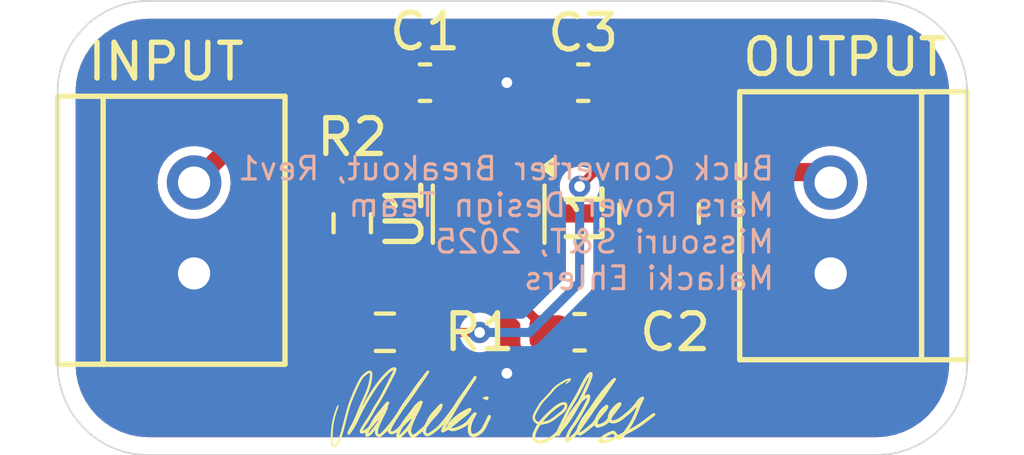
<source format=kicad_pcb>
(kicad_pcb (version 20240108) (generator "pcbnew") (generator_version "8.0")
  (layers (0 "F.Cu" signal) (31 "B.Cu" signal) (34 "B.Paste" user) (35 "F.Paste" user) (36 "B.SilkS" user "B.Silkscreen") (37 "F.SilkS" user "F.Silkscreen") (38 "B.Mask" user) (39 "F.Mask" user) (44 "Edge.Cuts" user))
  (net 0 "")
  (net 1 "INPUT")
  (net 2 "GND")
  (net 3 "Net-(U1-BST)")
  (net 4 "Net-(U1-SW)")
  (net 5 "OUTPUT")
  (net 6 "Net-(U1-FB)")
  (footprint "Local Libraries:signature_Malacki_Ehlers" (layer "F.Cu") (at 83.312 62.23)
    (property "Reference" "G***" (hide yes))
    (property "Value" "LOGO" (hide yes))
  )
  (footprint "Capacitor_SMD:C_0603_1608Metric_Pad1.08x0.95mm_HandSolder" (layer "F.Cu") (at 81.3805 53.086)
    (property "Reference" "C1" (at 0 -1.43 0) (layer "F.SilkS"))
    (property "Value" "10uF")
    (pad "1" smd roundrect (at -0.8625 0) (size 1.075 0.95) (layers "F.Cu" "F.Paste" "F.Mask") (net 1 "INPUT"))
    (pad "2" smd roundrect (at 0.8625 0) (size 1.075 0.95) (layers "F.Cu" "F.Paste" "F.Mask") (net 2 "GND"))
  )
  (footprint "MRDT_Connectors:MOLEX_SL_02_Vertical" (layer "F.Cu") (at 74.93 58.42 90)
    (property "Reference" "Conn1" (hide yes))
    (property "Value" "Molex_SL_02")
    (pad "1" thru_hole circle (at 0 0 90) (size 1.524 1.524) (drill 0.9) (layers "*.Cu" "*.Mask") (net 2 "GND"))
    (pad "2" thru_hole circle (at 2.54 0 90) (size 1.524 1.524) (drill 0.9) (layers "*.Cu" "*.Mask") (net 1 "INPUT"))
  )
  (footprint "Package_TO_SOT_SMD:TSOT-23-6" (layer "F.Cu") (at 83.1585 56.7635 -90)
    (property "Reference" "U1" (at 0 2.352 90) (layer "F.SilkS"))
    (property "Value" "AP62200WU")
    (pad "1" smd roundrect (at -1.1375 -0.95 270) (size 1.325 0.6) (layers "F.Cu" "F.Paste" "F.Mask") (net 2 "GND"))
    (pad "2" smd roundrect (at -1.1375 0 270) (size 1.325 0.6) (layers "F.Cu" "F.Paste" "F.Mask") (net 4 "Net-(U1-SW)"))
    (pad "3" smd roundrect (at -1.1375 0.95 270) (size 1.325 0.6) (layers "F.Cu" "F.Paste" "F.Mask") (net 1 "INPUT"))
    (pad "4" smd roundrect (at 1.1375 0.95 270) (size 1.325 0.6) (layers "F.Cu" "F.Paste" "F.Mask") (net 6 "Net-(U1-FB)"))
    (pad "5" smd roundrect (at 1.1375 0 270) (size 1.325 0.6) (layers "F.Cu" "F.Paste" "F.Mask") (net 1 "INPUT"))
    (pad "6" smd roundrect (at 1.1375 -0.95 270) (size 1.325 0.6) (layers "F.Cu" "F.Paste" "F.Mask") (net 3 "Net-(U1-BST)"))
  )
  (footprint "Inductor_SMD:L_1008_2520Metric_Pad1.43x2.20mm_HandSolder" (layer "F.Cu") (at 87.9185 56.7495 90)
    (property "Reference" "L1" (at 0 -2.05 90) (layer "F.SilkS"))
    (property "Value" "4.7uH")
    (pad "1" smd roundrect (at -1.1625 0 90) (size 1.425 2.2) (layers "F.Cu" "F.Paste" "F.Mask") (roundrect_rratio 0.175439) (net 4 "Net-(U1-SW)"))
    (pad "2" smd roundrect (at 1.1625 0 90) (size 1.425 2.2) (layers "F.Cu" "F.Paste" "F.Mask") (roundrect_rratio 0.175439) (net 5 "OUTPUT"))
  )
  (footprint "MRDT_Connectors:MOLEX_SL_02_Vertical" (layer "F.Cu") (at 92.71 55.88 -90)
    (property "Reference" "Conn2" (hide yes))
    (property "Value" "Molex_SL_02")
    (pad "1" thru_hole circle (at 0 0 270) (size 1.524 1.524) (drill 0.9) (layers "*.Cu" "*.Mask") (net 5 "OUTPUT"))
    (pad "2" thru_hole circle (at 2.54 0 270) (size 1.524 1.524) (drill 0.9) (layers "*.Cu" "*.Mask") (net 2 "GND"))
  )
  (footprint "Resistor_SMD:R_0603_1608Metric_Pad0.98x0.95mm_HandSolder" (layer "F.Cu") (at 79.3485 57.0175 90)
    (property "Reference" "R2" (at 2.4075 0 180) (layer "F.SilkS"))
    (property "Value" "R2")
    (pad "1" smd roundrect (at -0.9125 0 90) (size 0.975 0.95) (layers "F.Cu" "F.Paste" "F.Mask") (net 6 "Net-(U1-FB)"))
    (pad "2" smd roundrect (at 0.9125 0 90) (size 0.975 0.95) (layers "F.Cu" "F.Paste" "F.Mask") (net 2 "GND"))
  )
  (footprint "Capacitor_SMD:C_0603_1608Metric_Pad1.08x0.95mm_HandSolder" (layer "F.Cu") (at 85.6985 60.0655 180)
    (property "Reference" "C2" (at -2.667 0 0) (layer "F.SilkS"))
    (property "Value" "100nF")
    (pad "1" smd roundrect (at -0.8625 0 180) (size 1.075 0.95) (layers "F.Cu" "F.Paste" "F.Mask") (net 4 "Net-(U1-SW)"))
    (pad "2" smd roundrect (at 0.8625 0 180) (size 1.075 0.95) (layers "F.Cu" "F.Paste" "F.Mask") (net 3 "Net-(U1-BST)"))
  )
  (footprint "Resistor_SMD:R_0603_1608Metric_Pad0.98x0.95mm_HandSolder" (layer "F.Cu") (at 80.261 60.0655 180)
    (property "Reference" "R1" (at -2.6435 0 0) (layer "F.SilkS"))
    (property "Value" "R1")
    (pad "1" smd roundrect (at -0.9125 0 180) (size 0.975 0.95) (layers "F.Cu" "F.Paste" "F.Mask") (net 5 "OUTPUT"))
    (pad "2" smd roundrect (at 0.9125 0 180) (size 0.975 0.95) (layers "F.Cu" "F.Paste" "F.Mask") (net 6 "Net-(U1-FB)"))
  )
  (footprint "Capacitor_SMD:C_0603_1608Metric_Pad1.08x0.95mm_HandSolder" (layer "F.Cu") (at 85.799 53.086 180)
    (property "Reference" "C3" (at 0 1.397 0) (layer "F.SilkS"))
    (property "Value" "22uF")
    (pad "1" smd roundrect (at -0.8625 0 180) (size 1.075 0.95) (layers "F.Cu" "F.Paste" "F.Mask") (net 5 "OUTPUT"))
    (pad "2" smd roundrect (at 0.8625 0 180) (size 1.075 0.95) (layers "F.Cu" "F.Paste" "F.Mask") (net 2 "GND"))
  )
  (gr_line (start 71.12 60.96) (end 71.12 53.34) (stroke (width 0.05)) (layer "Edge.Cuts"))
  (gr_arc (start 71.12 53.34) (mid 71.863949 51.543949) (end 73.66 50.8) (stroke (width 0.05)) (layer "Edge.Cuts"))
  (gr_line (start 96.52 53.34) (end 96.52 60.96) (stroke (width 0.05)) (layer "Edge.Cuts"))
  (gr_line (start 93.98 63.5) (end 73.66 63.5) (stroke (width 0.05)) (layer "Edge.Cuts"))
  (gr_arc (start 96.52 60.96) (mid 95.776051 62.756051) (end 93.98 63.5) (stroke (width 0.05)) (layer "Edge.Cuts"))
  (gr_arc (start 93.98 50.8) (mid 95.776051 51.543949) (end 96.52 53.34) (stroke (width 0.05)) (layer "Edge.Cuts"))
  (gr_arc (start 73.66 63.5) (mid 71.863949 62.756051) (end 71.12 60.96) (stroke (width 0.05)) (layer "Edge.Cuts"))
  (gr_line (start 73.66 50.8) (end 93.98 50.8) (stroke (width 0.05)) (layer "Edge.Cuts"))
  (gr_text "Buck Converter Breakout, Rev1\nMars Rover Design Team\nMissouri S&T, 2025\nMalacki Ehlers" (at 91.186 58.928 0) (layer "B.SilkS") (effects (font (size 0.635 0.635) (thickness 0.0889)) (justify left bottom mirror)))
  (gr_text "INPUT" (at 71.882 53.086 0) (layer "F.SilkS") (effects (font (size 1 1)) (justify left bottom)))
  (gr_text "OUTPUT" (at 90.17 52.959 0) (layer "F.SilkS") (effects (font (size 1 1)) (justify left bottom)))
  (segment (start 83.1585 57.901) (end 83.1585 57.0185) (width 0.254) (layer "F.Cu") (net 1))
  (segment (start 82.2085 56.0685) (end 82.2085 55.626) (width 0.254) (layer "F.Cu") (net 1))
  (segment (start 83.1585 57.0185) (end 82.2085 56.0685) (width 0.254) (layer "F.Cu") (net 1))
  (segment (start 80.518 53.086) (end 80.518 53.9355) (width 0.508) (layer "F.Cu") (net 1))
  (segment (start 80.518 53.9355) (end 82.2085 55.626) (width 0.508) (layer "F.Cu") (net 1))
  (segment (start 77.724 53.086) (end 80.518 53.086) (width 0.508) (layer "F.Cu") (net 1))
  (segment (start 74.93 55.88) (end 77.724 53.086) (width 0.508) (layer "F.Cu") (net 1))
  (via (at 83.6665 61.214) (size 0.6) (drill 0.3) (layers "F.Cu" "B.Cu") (net 2))
  (via (at 83.6665 53.086) (size 0.6) (drill 0.3) (layers "F.Cu" "B.Cu") (net 2))
  (segment (start 84.836 60.0655) (end 84.1085 59.338) (width 0.254) (layer "F.Cu") (net 3))
  (segment (start 84.1085 59.338) (end 84.1085 57.901) (width 0.254) (layer "F.Cu") (net 3))
  (segment (start 87.9185 58.708) (end 87.9185 57.912) (width 0.254) (layer "F.Cu") (net 4))
  (segment (start 86.749 56.7425) (end 87.9185 57.912) (width 0.508) (layer "F.Cu") (net 4))
  (segment (start 86.561 60.0655) (end 87.9185 58.708) (width 0.254) (layer "F.Cu") (net 4))
  (segment (start 83.1585 56.196842) (end 83.704158 56.7425) (width 0.508) (layer "F.Cu") (net 4))
  (segment (start 83.704158 56.7425) (end 86.749 56.7425) (width 0.508) (layer "F.Cu") (net 4))
  (segment (start 83.1585 55.626) (end 83.1585 56.196842) (width 0.508) (layer "F.Cu") (net 4))
  (segment (start 81.179 60.071) (end 81.1735 60.0655) (width 0.254) (layer "F.Cu") (net 5))
  (segment (start 86.1 55.587) (end 85.6985 55.9885) (width 0.254) (layer "F.Cu") (net 5))
  (segment (start 87.9185 54.29) (end 86.7145 53.086) (width 0.254) (layer "F.Cu") (net 5))
  (segment (start 92.417 55.587) (end 92.71 55.88) (width 0.508) (layer "F.Cu") (net 5))
  (segment (start 82.9045 60.071) (end 81.179 60.071) (width 0.254) (layer "F.Cu") (net 5))
  (segment (start 87.9185 55.587) (end 92.417 55.587) (width 0.508) (layer "F.Cu") (net 5))
  (segment (start 87.9185 55.587) (end 87.9185 54.29) (width 0.254) (layer "F.Cu") (net 5))
  (segment (start 86.7145 53.086) (end 86.6615 53.086) (width 0.254) (layer "F.Cu") (net 5))
  (segment (start 87.9185 55.587) (end 86.1 55.587) (width 0.254) (layer "F.Cu") (net 5))
  (via (at 85.6985 55.9885) (size 0.6) (drill 0.3) (layers "F.Cu" "B.Cu") (net 5))
  (via (at 82.9045 60.071) (size 0.6) (drill 0.3) (layers "F.Cu" "B.Cu") (net 5))
  (segment (start 85.6985 58.674) (end 84.3015 60.071) (width 0.254) (layer "B.Cu") (net 5))
  (segment (start 84.3015 60.071) (end 82.9045 60.071) (width 0.254) (layer "B.Cu") (net 5))
  (segment (start 85.6985 55.9885) (end 85.6985 58.674) (width 0.254) (layer "B.Cu") (net 5))
  (segment (start 79.4575 57.93) (end 79.4865 57.901) (width 0.254) (layer "F.Cu") (net 6))
  (segment (start 79.3485 57.93) (end 79.4575 57.93) (width 0.254) (layer "F.Cu") (net 6))
  (segment (start 79.4865 57.901) (end 82.2085 57.901) (width 0.254) (layer "F.Cu") (net 6))
  (segment (start 79.3485 60.0655) (end 79.3485 57.93) (width 0.254) (layer "F.Cu") (net 6))
  (zone (net 2) (net_name "GND") (layers "F&B.Cu") (connect_pads yes (clearance 0.254)) (min_thickness 0.25) (fill yes (thermal_gap 0.5) (thermal_bridge_width 0.5))
    (polygon (pts (xy 96.52 50.8) (xy 96.52 63.5) (xy 71.12 63.5) (xy 71.12 50.8)))
  )
)
</source>
